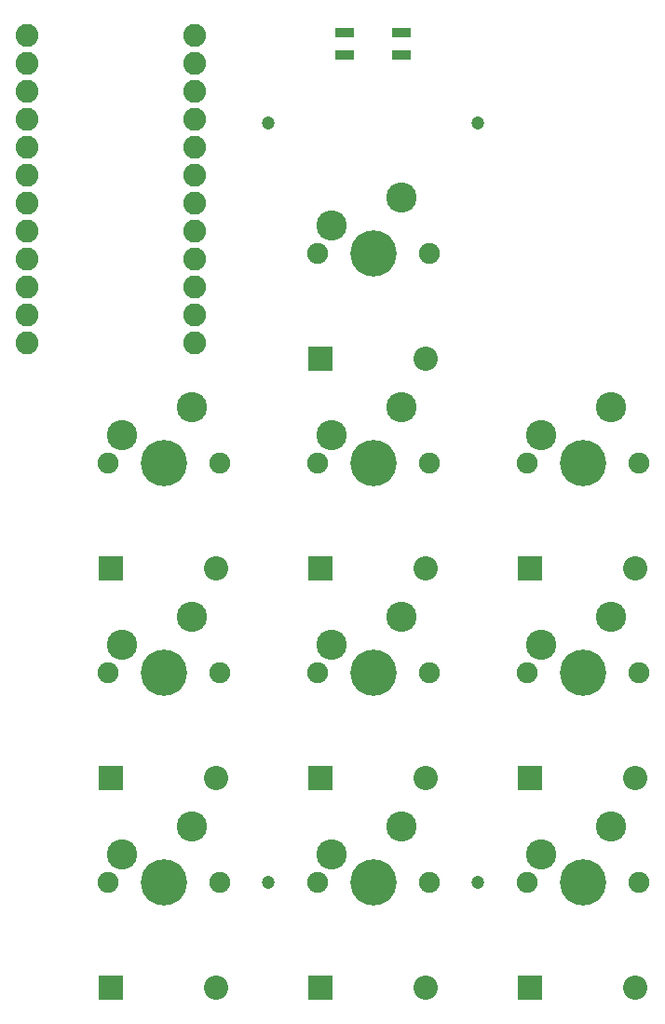
<source format=gbr>
G04 EAGLE Gerber RS-274X export*
G75*
%MOMM*%
%FSLAX34Y34*%
%LPD*%
%INSoldermask Top*%
%IPPOS*%
%AMOC8*
5,1,8,0,0,1.08239X$1,22.5*%
G01*
%ADD10C,1.203200*%
%ADD11C,4.203200*%
%ADD12C,1.903200*%
%ADD13C,2.743200*%
%ADD14R,2.203200X2.203200*%
%ADD15C,2.203200*%
%ADD16C,2.082800*%
%ADD17R,1.653200X0.903200*%


D10*
X95250Y881063D03*
X95250Y190500D03*
X285750Y190500D03*
X285750Y881063D03*
D11*
X0Y571500D03*
D12*
X-50800Y571500D03*
X50800Y571500D03*
D13*
X-38100Y596900D03*
X25400Y622300D03*
D11*
X190500Y571500D03*
D12*
X139700Y571500D03*
X241300Y571500D03*
D13*
X152400Y596900D03*
X215900Y622300D03*
D11*
X381000Y571500D03*
D12*
X330200Y571500D03*
X431800Y571500D03*
D13*
X342900Y596900D03*
X406400Y622300D03*
D11*
X381000Y381000D03*
D12*
X330200Y381000D03*
X431800Y381000D03*
D13*
X342900Y406400D03*
X406400Y431800D03*
D11*
X190500Y381000D03*
D12*
X139700Y381000D03*
X241300Y381000D03*
D13*
X152400Y406400D03*
X215900Y431800D03*
D11*
X0Y381000D03*
D12*
X-50800Y381000D03*
X50800Y381000D03*
D13*
X-38100Y406400D03*
X25400Y431800D03*
D11*
X0Y190500D03*
D12*
X-50800Y190500D03*
X50800Y190500D03*
D13*
X-38100Y215900D03*
X25400Y241300D03*
D11*
X190500Y190500D03*
D12*
X139700Y190500D03*
X241300Y190500D03*
D13*
X152400Y215900D03*
X215900Y241300D03*
D11*
X381000Y190500D03*
D12*
X330200Y190500D03*
X431800Y190500D03*
D13*
X342900Y215900D03*
X406400Y241300D03*
D11*
X190500Y762000D03*
D12*
X139700Y762000D03*
X241300Y762000D03*
D13*
X152400Y787400D03*
X215900Y812800D03*
D14*
X-48200Y476250D03*
D15*
X48200Y476250D03*
D14*
X142300Y476250D03*
D15*
X238700Y476250D03*
D14*
X332800Y476250D03*
D15*
X429200Y476250D03*
D14*
X332800Y285750D03*
D15*
X429200Y285750D03*
D14*
X142300Y285750D03*
D15*
X238700Y285750D03*
D14*
X-48200Y285750D03*
D15*
X48200Y285750D03*
D14*
X-48200Y95250D03*
D15*
X48200Y95250D03*
D14*
X142300Y95250D03*
D15*
X238700Y95250D03*
D14*
X332800Y95250D03*
D15*
X429200Y95250D03*
D14*
X142300Y666750D03*
D15*
X238700Y666750D03*
D16*
X-123825Y960438D03*
X-123825Y935038D03*
X-123825Y909638D03*
X-123825Y884238D03*
X-123825Y858838D03*
X-123825Y833438D03*
X-123825Y808038D03*
X-123825Y782638D03*
X-123825Y757238D03*
X-123825Y731838D03*
X-123825Y706438D03*
X-123825Y681038D03*
X28575Y681038D03*
X28575Y706438D03*
X28575Y731838D03*
X28575Y757238D03*
X28575Y782638D03*
X28575Y808038D03*
X28575Y833438D03*
X28575Y858838D03*
X28575Y884238D03*
X28575Y909638D03*
X28575Y935038D03*
X28575Y960438D03*
D17*
X164800Y962500D03*
X164800Y942500D03*
X216200Y942500D03*
X216200Y962500D03*
M02*

</source>
